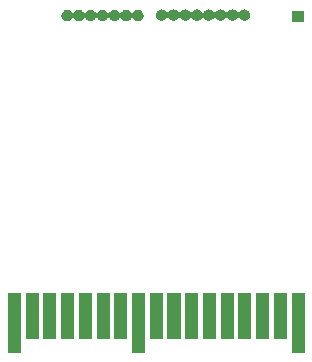
<source format=gbr>
G04 #@! TF.GenerationSoftware,KiCad,Pcbnew,(5.1.5)-3*
G04 #@! TF.CreationDate,2021-01-08T13:27:43+01:00*
G04 #@! TF.ProjectId,ndsbreakoutboard,6e647362-7265-4616-9b6f-7574626f6172,1.0*
G04 #@! TF.SameCoordinates,Original*
G04 #@! TF.FileFunction,Soldermask,Top*
G04 #@! TF.FilePolarity,Negative*
%FSLAX46Y46*%
G04 Gerber Fmt 4.6, Leading zero omitted, Abs format (unit mm)*
G04 Created by KiCad (PCBNEW (5.1.5)-3) date 2021-01-08 13:27:43*
%MOMM*%
%LPD*%
G04 APERTURE LIST*
%ADD10C,0.100000*%
G04 APERTURE END LIST*
D10*
G36*
X86221001Y-91206000D02*
G01*
X85119001Y-91206000D01*
X85119001Y-86104000D01*
X86221001Y-86104000D01*
X86221001Y-91206000D01*
G37*
G36*
X110221001Y-91206000D02*
G01*
X109119001Y-91206000D01*
X109119001Y-86104000D01*
X110221001Y-86104000D01*
X110221001Y-91206000D01*
G37*
G36*
X96721001Y-91206000D02*
G01*
X95619001Y-91206000D01*
X95619001Y-86104000D01*
X96721001Y-86104000D01*
X96721001Y-91206000D01*
G37*
G36*
X98221001Y-90006000D02*
G01*
X97119001Y-90006000D01*
X97119001Y-86104000D01*
X98221001Y-86104000D01*
X98221001Y-90006000D01*
G37*
G36*
X87721001Y-90006000D02*
G01*
X86619001Y-90006000D01*
X86619001Y-86104000D01*
X87721001Y-86104000D01*
X87721001Y-90006000D01*
G37*
G36*
X89221001Y-90006000D02*
G01*
X88119001Y-90006000D01*
X88119001Y-86104000D01*
X89221001Y-86104000D01*
X89221001Y-90006000D01*
G37*
G36*
X95221001Y-90006000D02*
G01*
X94119001Y-90006000D01*
X94119001Y-86104000D01*
X95221001Y-86104000D01*
X95221001Y-90006000D01*
G37*
G36*
X93721001Y-90006000D02*
G01*
X92619001Y-90006000D01*
X92619001Y-86104000D01*
X93721001Y-86104000D01*
X93721001Y-90006000D01*
G37*
G36*
X107221001Y-90006000D02*
G01*
X106119001Y-90006000D01*
X106119001Y-86104000D01*
X107221001Y-86104000D01*
X107221001Y-90006000D01*
G37*
G36*
X108721001Y-90006000D02*
G01*
X107619001Y-90006000D01*
X107619001Y-86104000D01*
X108721001Y-86104000D01*
X108721001Y-90006000D01*
G37*
G36*
X105721001Y-90006000D02*
G01*
X104619001Y-90006000D01*
X104619001Y-86104000D01*
X105721001Y-86104000D01*
X105721001Y-90006000D01*
G37*
G36*
X104221001Y-90006000D02*
G01*
X103119001Y-90006000D01*
X103119001Y-86104000D01*
X104221001Y-86104000D01*
X104221001Y-90006000D01*
G37*
G36*
X102721001Y-90006000D02*
G01*
X101619001Y-90006000D01*
X101619001Y-86104000D01*
X102721001Y-86104000D01*
X102721001Y-90006000D01*
G37*
G36*
X99721001Y-90006000D02*
G01*
X98619001Y-90006000D01*
X98619001Y-86104000D01*
X99721001Y-86104000D01*
X99721001Y-90006000D01*
G37*
G36*
X101221001Y-90006000D02*
G01*
X100119001Y-90006000D01*
X100119001Y-86104000D01*
X101221001Y-86104000D01*
X101221001Y-90006000D01*
G37*
G36*
X92221001Y-90006000D02*
G01*
X91119001Y-90006000D01*
X91119001Y-86104000D01*
X92221001Y-86104000D01*
X92221001Y-90006000D01*
G37*
G36*
X90721001Y-90006000D02*
G01*
X89619001Y-90006000D01*
X89619001Y-86104000D01*
X90721001Y-86104000D01*
X90721001Y-90006000D01*
G37*
G36*
X110153200Y-63188600D02*
G01*
X109201200Y-63188600D01*
X109201200Y-62236600D01*
X110153200Y-62236600D01*
X110153200Y-63188600D01*
G37*
G36*
X90258043Y-62178692D02*
G01*
X90308788Y-62199711D01*
X90344670Y-62214574D01*
X90422632Y-62266667D01*
X90488935Y-62332970D01*
X90515267Y-62372379D01*
X90530812Y-62391321D01*
X90549754Y-62406866D01*
X90571364Y-62418418D01*
X90594813Y-62425531D01*
X90619199Y-62427933D01*
X90643585Y-62425531D01*
X90667034Y-62418418D01*
X90688645Y-62406867D01*
X90707587Y-62391322D01*
X90723133Y-62372379D01*
X90749465Y-62332970D01*
X90815768Y-62266667D01*
X90893730Y-62214574D01*
X90929612Y-62199711D01*
X90980357Y-62178692D01*
X91072317Y-62160400D01*
X91166083Y-62160400D01*
X91258043Y-62178692D01*
X91308788Y-62199711D01*
X91344670Y-62214574D01*
X91422632Y-62266667D01*
X91488935Y-62332970D01*
X91515267Y-62372379D01*
X91530812Y-62391321D01*
X91549754Y-62406866D01*
X91571364Y-62418418D01*
X91594813Y-62425531D01*
X91619199Y-62427933D01*
X91643585Y-62425531D01*
X91667034Y-62418418D01*
X91688645Y-62406867D01*
X91707587Y-62391322D01*
X91723133Y-62372379D01*
X91749465Y-62332970D01*
X91815768Y-62266667D01*
X91893730Y-62214574D01*
X91929612Y-62199711D01*
X91980357Y-62178692D01*
X92072317Y-62160400D01*
X92166083Y-62160400D01*
X92258043Y-62178692D01*
X92308788Y-62199711D01*
X92344670Y-62214574D01*
X92422632Y-62266667D01*
X92488935Y-62332970D01*
X92515267Y-62372379D01*
X92530812Y-62391321D01*
X92549754Y-62406866D01*
X92571364Y-62418418D01*
X92594813Y-62425531D01*
X92619199Y-62427933D01*
X92643585Y-62425531D01*
X92667034Y-62418418D01*
X92688645Y-62406867D01*
X92707587Y-62391322D01*
X92723133Y-62372379D01*
X92749465Y-62332970D01*
X92815768Y-62266667D01*
X92893730Y-62214574D01*
X92929612Y-62199711D01*
X92980357Y-62178692D01*
X93072317Y-62160400D01*
X93166083Y-62160400D01*
X93258043Y-62178692D01*
X93308788Y-62199711D01*
X93344670Y-62214574D01*
X93422632Y-62266667D01*
X93488935Y-62332970D01*
X93515267Y-62372379D01*
X93530812Y-62391321D01*
X93549754Y-62406866D01*
X93571364Y-62418418D01*
X93594813Y-62425531D01*
X93619199Y-62427933D01*
X93643585Y-62425531D01*
X93667034Y-62418418D01*
X93688645Y-62406867D01*
X93707587Y-62391322D01*
X93723133Y-62372379D01*
X93749465Y-62332970D01*
X93815768Y-62266667D01*
X93893730Y-62214574D01*
X93929612Y-62199711D01*
X93980357Y-62178692D01*
X94072317Y-62160400D01*
X94166083Y-62160400D01*
X94258043Y-62178692D01*
X94308788Y-62199711D01*
X94344670Y-62214574D01*
X94422632Y-62266667D01*
X94488935Y-62332970D01*
X94515267Y-62372379D01*
X94530812Y-62391321D01*
X94549754Y-62406866D01*
X94571364Y-62418418D01*
X94594813Y-62425531D01*
X94619199Y-62427933D01*
X94643585Y-62425531D01*
X94667034Y-62418418D01*
X94688645Y-62406867D01*
X94707587Y-62391322D01*
X94723133Y-62372379D01*
X94749465Y-62332970D01*
X94815768Y-62266667D01*
X94893730Y-62214574D01*
X94929612Y-62199711D01*
X94980357Y-62178692D01*
X95072317Y-62160400D01*
X95166083Y-62160400D01*
X95258043Y-62178692D01*
X95308788Y-62199711D01*
X95344670Y-62214574D01*
X95422632Y-62266667D01*
X95488935Y-62332970D01*
X95515267Y-62372379D01*
X95530812Y-62391321D01*
X95549754Y-62406866D01*
X95571364Y-62418418D01*
X95594813Y-62425531D01*
X95619199Y-62427933D01*
X95643585Y-62425531D01*
X95667034Y-62418418D01*
X95688645Y-62406867D01*
X95707587Y-62391322D01*
X95723133Y-62372379D01*
X95749465Y-62332970D01*
X95815768Y-62266667D01*
X95893730Y-62214574D01*
X95929612Y-62199711D01*
X95980357Y-62178692D01*
X96072317Y-62160400D01*
X96166083Y-62160400D01*
X96258043Y-62178692D01*
X96308788Y-62199711D01*
X96344670Y-62214574D01*
X96422632Y-62266667D01*
X96488933Y-62332968D01*
X96541026Y-62410930D01*
X96547074Y-62425531D01*
X96576908Y-62497557D01*
X96595200Y-62589517D01*
X96595200Y-62683283D01*
X96576908Y-62775243D01*
X96558590Y-62819467D01*
X96541026Y-62861870D01*
X96488933Y-62939832D01*
X96422632Y-63006133D01*
X96344670Y-63058226D01*
X96308788Y-63073089D01*
X96258043Y-63094108D01*
X96166083Y-63112400D01*
X96072317Y-63112400D01*
X95980357Y-63094108D01*
X95929612Y-63073089D01*
X95893730Y-63058226D01*
X95815768Y-63006133D01*
X95749465Y-62939830D01*
X95723133Y-62900421D01*
X95707588Y-62881479D01*
X95688646Y-62865934D01*
X95667036Y-62854382D01*
X95643587Y-62847269D01*
X95619201Y-62844867D01*
X95594815Y-62847269D01*
X95571366Y-62854382D01*
X95549755Y-62865933D01*
X95530813Y-62881478D01*
X95515267Y-62900421D01*
X95488935Y-62939830D01*
X95422632Y-63006133D01*
X95344670Y-63058226D01*
X95308788Y-63073089D01*
X95258043Y-63094108D01*
X95166083Y-63112400D01*
X95072317Y-63112400D01*
X94980357Y-63094108D01*
X94929612Y-63073089D01*
X94893730Y-63058226D01*
X94815768Y-63006133D01*
X94749465Y-62939830D01*
X94723133Y-62900421D01*
X94707588Y-62881479D01*
X94688646Y-62865934D01*
X94667036Y-62854382D01*
X94643587Y-62847269D01*
X94619201Y-62844867D01*
X94594815Y-62847269D01*
X94571366Y-62854382D01*
X94549755Y-62865933D01*
X94530813Y-62881478D01*
X94515267Y-62900421D01*
X94488935Y-62939830D01*
X94422632Y-63006133D01*
X94344670Y-63058226D01*
X94308788Y-63073089D01*
X94258043Y-63094108D01*
X94166083Y-63112400D01*
X94072317Y-63112400D01*
X93980357Y-63094108D01*
X93929612Y-63073089D01*
X93893730Y-63058226D01*
X93815768Y-63006133D01*
X93749465Y-62939830D01*
X93723133Y-62900421D01*
X93707588Y-62881479D01*
X93688646Y-62865934D01*
X93667036Y-62854382D01*
X93643587Y-62847269D01*
X93619201Y-62844867D01*
X93594815Y-62847269D01*
X93571366Y-62854382D01*
X93549755Y-62865933D01*
X93530813Y-62881478D01*
X93515267Y-62900421D01*
X93488935Y-62939830D01*
X93422632Y-63006133D01*
X93344670Y-63058226D01*
X93308788Y-63073089D01*
X93258043Y-63094108D01*
X93166083Y-63112400D01*
X93072317Y-63112400D01*
X92980357Y-63094108D01*
X92929612Y-63073089D01*
X92893730Y-63058226D01*
X92815768Y-63006133D01*
X92749465Y-62939830D01*
X92723133Y-62900421D01*
X92707588Y-62881479D01*
X92688646Y-62865934D01*
X92667036Y-62854382D01*
X92643587Y-62847269D01*
X92619201Y-62844867D01*
X92594815Y-62847269D01*
X92571366Y-62854382D01*
X92549755Y-62865933D01*
X92530813Y-62881478D01*
X92515267Y-62900421D01*
X92488935Y-62939830D01*
X92422632Y-63006133D01*
X92344670Y-63058226D01*
X92308788Y-63073089D01*
X92258043Y-63094108D01*
X92166083Y-63112400D01*
X92072317Y-63112400D01*
X91980357Y-63094108D01*
X91929612Y-63073089D01*
X91893730Y-63058226D01*
X91815768Y-63006133D01*
X91749465Y-62939830D01*
X91723133Y-62900421D01*
X91707588Y-62881479D01*
X91688646Y-62865934D01*
X91667036Y-62854382D01*
X91643587Y-62847269D01*
X91619201Y-62844867D01*
X91594815Y-62847269D01*
X91571366Y-62854382D01*
X91549755Y-62865933D01*
X91530813Y-62881478D01*
X91515267Y-62900421D01*
X91488935Y-62939830D01*
X91422632Y-63006133D01*
X91344670Y-63058226D01*
X91308788Y-63073089D01*
X91258043Y-63094108D01*
X91166083Y-63112400D01*
X91072317Y-63112400D01*
X90980357Y-63094108D01*
X90929612Y-63073089D01*
X90893730Y-63058226D01*
X90815768Y-63006133D01*
X90749465Y-62939830D01*
X90723133Y-62900421D01*
X90707588Y-62881479D01*
X90688646Y-62865934D01*
X90667036Y-62854382D01*
X90643587Y-62847269D01*
X90619201Y-62844867D01*
X90594815Y-62847269D01*
X90571366Y-62854382D01*
X90549755Y-62865933D01*
X90530813Y-62881478D01*
X90515267Y-62900421D01*
X90488935Y-62939830D01*
X90422632Y-63006133D01*
X90344670Y-63058226D01*
X90308788Y-63073089D01*
X90258043Y-63094108D01*
X90166083Y-63112400D01*
X90072317Y-63112400D01*
X89980357Y-63094108D01*
X89929612Y-63073089D01*
X89893730Y-63058226D01*
X89815768Y-63006133D01*
X89749467Y-62939832D01*
X89697374Y-62861870D01*
X89679810Y-62819467D01*
X89661492Y-62775243D01*
X89643200Y-62683283D01*
X89643200Y-62589517D01*
X89661492Y-62497557D01*
X89691326Y-62425531D01*
X89697374Y-62410930D01*
X89749467Y-62332968D01*
X89815768Y-62266667D01*
X89893730Y-62214574D01*
X89929612Y-62199711D01*
X89980357Y-62178692D01*
X90072317Y-62160400D01*
X90166083Y-62160400D01*
X90258043Y-62178692D01*
G37*
G36*
X98259043Y-62153292D02*
G01*
X98309788Y-62174311D01*
X98345670Y-62189174D01*
X98383683Y-62214574D01*
X98423632Y-62241267D01*
X98489935Y-62307570D01*
X98516267Y-62346979D01*
X98531812Y-62365921D01*
X98550754Y-62381466D01*
X98572364Y-62393018D01*
X98595813Y-62400131D01*
X98620199Y-62402533D01*
X98644585Y-62400131D01*
X98668034Y-62393018D01*
X98689645Y-62381467D01*
X98708587Y-62365922D01*
X98724133Y-62346979D01*
X98750465Y-62307570D01*
X98816768Y-62241267D01*
X98856717Y-62214574D01*
X98894730Y-62189174D01*
X98930612Y-62174311D01*
X98981357Y-62153292D01*
X99073317Y-62135000D01*
X99167083Y-62135000D01*
X99259043Y-62153292D01*
X99309788Y-62174311D01*
X99345670Y-62189174D01*
X99383683Y-62214574D01*
X99423632Y-62241267D01*
X99489935Y-62307570D01*
X99516267Y-62346979D01*
X99531812Y-62365921D01*
X99550754Y-62381466D01*
X99572364Y-62393018D01*
X99595813Y-62400131D01*
X99620199Y-62402533D01*
X99644585Y-62400131D01*
X99668034Y-62393018D01*
X99689645Y-62381467D01*
X99708587Y-62365922D01*
X99724133Y-62346979D01*
X99750465Y-62307570D01*
X99816768Y-62241267D01*
X99856717Y-62214574D01*
X99894730Y-62189174D01*
X99930612Y-62174311D01*
X99981357Y-62153292D01*
X100073317Y-62135000D01*
X100167083Y-62135000D01*
X100259043Y-62153292D01*
X100309788Y-62174311D01*
X100345670Y-62189174D01*
X100383683Y-62214574D01*
X100423632Y-62241267D01*
X100489935Y-62307570D01*
X100516267Y-62346979D01*
X100531812Y-62365921D01*
X100550754Y-62381466D01*
X100572364Y-62393018D01*
X100595813Y-62400131D01*
X100620199Y-62402533D01*
X100644585Y-62400131D01*
X100668034Y-62393018D01*
X100689645Y-62381467D01*
X100708587Y-62365922D01*
X100724133Y-62346979D01*
X100750465Y-62307570D01*
X100816768Y-62241267D01*
X100856717Y-62214574D01*
X100894730Y-62189174D01*
X100930612Y-62174311D01*
X100981357Y-62153292D01*
X101073317Y-62135000D01*
X101167083Y-62135000D01*
X101259043Y-62153292D01*
X101309788Y-62174311D01*
X101345670Y-62189174D01*
X101383683Y-62214574D01*
X101423632Y-62241267D01*
X101489935Y-62307570D01*
X101516267Y-62346979D01*
X101531812Y-62365921D01*
X101550754Y-62381466D01*
X101572364Y-62393018D01*
X101595813Y-62400131D01*
X101620199Y-62402533D01*
X101644585Y-62400131D01*
X101668034Y-62393018D01*
X101689645Y-62381467D01*
X101708587Y-62365922D01*
X101724133Y-62346979D01*
X101750465Y-62307570D01*
X101816768Y-62241267D01*
X101856717Y-62214574D01*
X101894730Y-62189174D01*
X101930612Y-62174311D01*
X101981357Y-62153292D01*
X102073317Y-62135000D01*
X102167083Y-62135000D01*
X102259043Y-62153292D01*
X102309788Y-62174311D01*
X102345670Y-62189174D01*
X102383683Y-62214574D01*
X102423632Y-62241267D01*
X102489935Y-62307570D01*
X102516267Y-62346979D01*
X102531812Y-62365921D01*
X102550754Y-62381466D01*
X102572364Y-62393018D01*
X102595813Y-62400131D01*
X102620199Y-62402533D01*
X102644585Y-62400131D01*
X102668034Y-62393018D01*
X102689645Y-62381467D01*
X102708587Y-62365922D01*
X102724133Y-62346979D01*
X102750465Y-62307570D01*
X102816768Y-62241267D01*
X102856717Y-62214574D01*
X102894730Y-62189174D01*
X102930612Y-62174311D01*
X102981357Y-62153292D01*
X103073317Y-62135000D01*
X103167083Y-62135000D01*
X103259043Y-62153292D01*
X103309788Y-62174311D01*
X103345670Y-62189174D01*
X103383683Y-62214574D01*
X103423632Y-62241267D01*
X103489935Y-62307570D01*
X103516267Y-62346979D01*
X103531812Y-62365921D01*
X103550754Y-62381466D01*
X103572364Y-62393018D01*
X103595813Y-62400131D01*
X103620199Y-62402533D01*
X103644585Y-62400131D01*
X103668034Y-62393018D01*
X103689645Y-62381467D01*
X103708587Y-62365922D01*
X103724133Y-62346979D01*
X103750465Y-62307570D01*
X103816768Y-62241267D01*
X103856717Y-62214574D01*
X103894730Y-62189174D01*
X103930612Y-62174311D01*
X103981357Y-62153292D01*
X104073317Y-62135000D01*
X104167083Y-62135000D01*
X104259043Y-62153292D01*
X104309788Y-62174311D01*
X104345670Y-62189174D01*
X104383683Y-62214574D01*
X104423632Y-62241267D01*
X104489935Y-62307570D01*
X104516267Y-62346979D01*
X104531812Y-62365921D01*
X104550754Y-62381466D01*
X104572364Y-62393018D01*
X104595813Y-62400131D01*
X104620199Y-62402533D01*
X104644585Y-62400131D01*
X104668034Y-62393018D01*
X104689645Y-62381467D01*
X104708587Y-62365922D01*
X104724133Y-62346979D01*
X104750465Y-62307570D01*
X104816768Y-62241267D01*
X104856717Y-62214574D01*
X104894730Y-62189174D01*
X104930612Y-62174311D01*
X104981357Y-62153292D01*
X105073317Y-62135000D01*
X105167083Y-62135000D01*
X105259043Y-62153292D01*
X105309788Y-62174311D01*
X105345670Y-62189174D01*
X105423632Y-62241267D01*
X105489933Y-62307568D01*
X105542026Y-62385530D01*
X105548074Y-62400131D01*
X105577908Y-62472157D01*
X105596200Y-62564117D01*
X105596200Y-62657883D01*
X105577908Y-62749843D01*
X105567387Y-62775243D01*
X105542026Y-62836470D01*
X105489933Y-62914432D01*
X105423632Y-62980733D01*
X105345670Y-63032826D01*
X105309788Y-63047689D01*
X105259043Y-63068708D01*
X105167083Y-63087000D01*
X105073317Y-63087000D01*
X104981357Y-63068708D01*
X104930612Y-63047689D01*
X104894730Y-63032826D01*
X104816768Y-62980733D01*
X104750465Y-62914430D01*
X104724133Y-62875021D01*
X104708588Y-62856079D01*
X104689646Y-62840534D01*
X104668036Y-62828982D01*
X104644587Y-62821869D01*
X104620201Y-62819467D01*
X104595815Y-62821869D01*
X104572366Y-62828982D01*
X104550755Y-62840533D01*
X104531813Y-62856078D01*
X104516267Y-62875021D01*
X104489935Y-62914430D01*
X104423632Y-62980733D01*
X104345670Y-63032826D01*
X104309788Y-63047689D01*
X104259043Y-63068708D01*
X104167083Y-63087000D01*
X104073317Y-63087000D01*
X103981357Y-63068708D01*
X103930612Y-63047689D01*
X103894730Y-63032826D01*
X103816768Y-62980733D01*
X103750465Y-62914430D01*
X103724133Y-62875021D01*
X103708588Y-62856079D01*
X103689646Y-62840534D01*
X103668036Y-62828982D01*
X103644587Y-62821869D01*
X103620201Y-62819467D01*
X103595815Y-62821869D01*
X103572366Y-62828982D01*
X103550755Y-62840533D01*
X103531813Y-62856078D01*
X103516267Y-62875021D01*
X103489935Y-62914430D01*
X103423632Y-62980733D01*
X103345670Y-63032826D01*
X103309788Y-63047689D01*
X103259043Y-63068708D01*
X103167083Y-63087000D01*
X103073317Y-63087000D01*
X102981357Y-63068708D01*
X102930612Y-63047689D01*
X102894730Y-63032826D01*
X102816768Y-62980733D01*
X102750465Y-62914430D01*
X102724133Y-62875021D01*
X102708588Y-62856079D01*
X102689646Y-62840534D01*
X102668036Y-62828982D01*
X102644587Y-62821869D01*
X102620201Y-62819467D01*
X102595815Y-62821869D01*
X102572366Y-62828982D01*
X102550755Y-62840533D01*
X102531813Y-62856078D01*
X102516267Y-62875021D01*
X102489935Y-62914430D01*
X102423632Y-62980733D01*
X102345670Y-63032826D01*
X102309788Y-63047689D01*
X102259043Y-63068708D01*
X102167083Y-63087000D01*
X102073317Y-63087000D01*
X101981357Y-63068708D01*
X101930612Y-63047689D01*
X101894730Y-63032826D01*
X101816768Y-62980733D01*
X101750465Y-62914430D01*
X101724133Y-62875021D01*
X101708588Y-62856079D01*
X101689646Y-62840534D01*
X101668036Y-62828982D01*
X101644587Y-62821869D01*
X101620201Y-62819467D01*
X101595815Y-62821869D01*
X101572366Y-62828982D01*
X101550755Y-62840533D01*
X101531813Y-62856078D01*
X101516267Y-62875021D01*
X101489935Y-62914430D01*
X101423632Y-62980733D01*
X101345670Y-63032826D01*
X101309788Y-63047689D01*
X101259043Y-63068708D01*
X101167083Y-63087000D01*
X101073317Y-63087000D01*
X100981357Y-63068708D01*
X100930612Y-63047689D01*
X100894730Y-63032826D01*
X100816768Y-62980733D01*
X100750465Y-62914430D01*
X100724133Y-62875021D01*
X100708588Y-62856079D01*
X100689646Y-62840534D01*
X100668036Y-62828982D01*
X100644587Y-62821869D01*
X100620201Y-62819467D01*
X100595815Y-62821869D01*
X100572366Y-62828982D01*
X100550755Y-62840533D01*
X100531813Y-62856078D01*
X100516267Y-62875021D01*
X100489935Y-62914430D01*
X100423632Y-62980733D01*
X100345670Y-63032826D01*
X100309788Y-63047689D01*
X100259043Y-63068708D01*
X100167083Y-63087000D01*
X100073317Y-63087000D01*
X99981357Y-63068708D01*
X99930612Y-63047689D01*
X99894730Y-63032826D01*
X99816768Y-62980733D01*
X99750465Y-62914430D01*
X99724133Y-62875021D01*
X99708588Y-62856079D01*
X99689646Y-62840534D01*
X99668036Y-62828982D01*
X99644587Y-62821869D01*
X99620201Y-62819467D01*
X99595815Y-62821869D01*
X99572366Y-62828982D01*
X99550755Y-62840533D01*
X99531813Y-62856078D01*
X99516267Y-62875021D01*
X99489935Y-62914430D01*
X99423632Y-62980733D01*
X99345670Y-63032826D01*
X99309788Y-63047689D01*
X99259043Y-63068708D01*
X99167083Y-63087000D01*
X99073317Y-63087000D01*
X98981357Y-63068708D01*
X98930612Y-63047689D01*
X98894730Y-63032826D01*
X98816768Y-62980733D01*
X98750465Y-62914430D01*
X98724133Y-62875021D01*
X98708588Y-62856079D01*
X98689646Y-62840534D01*
X98668036Y-62828982D01*
X98644587Y-62821869D01*
X98620201Y-62819467D01*
X98595815Y-62821869D01*
X98572366Y-62828982D01*
X98550755Y-62840533D01*
X98531813Y-62856078D01*
X98516267Y-62875021D01*
X98489935Y-62914430D01*
X98423632Y-62980733D01*
X98345670Y-63032826D01*
X98309788Y-63047689D01*
X98259043Y-63068708D01*
X98167083Y-63087000D01*
X98073317Y-63087000D01*
X97981357Y-63068708D01*
X97930612Y-63047689D01*
X97894730Y-63032826D01*
X97816768Y-62980733D01*
X97750467Y-62914432D01*
X97698374Y-62836470D01*
X97673013Y-62775243D01*
X97662492Y-62749843D01*
X97644200Y-62657883D01*
X97644200Y-62564117D01*
X97662492Y-62472157D01*
X97692326Y-62400131D01*
X97698374Y-62385530D01*
X97750467Y-62307568D01*
X97816768Y-62241267D01*
X97894730Y-62189174D01*
X97930612Y-62174311D01*
X97981357Y-62153292D01*
X98073317Y-62135000D01*
X98167083Y-62135000D01*
X98259043Y-62153292D01*
G37*
M02*

</source>
